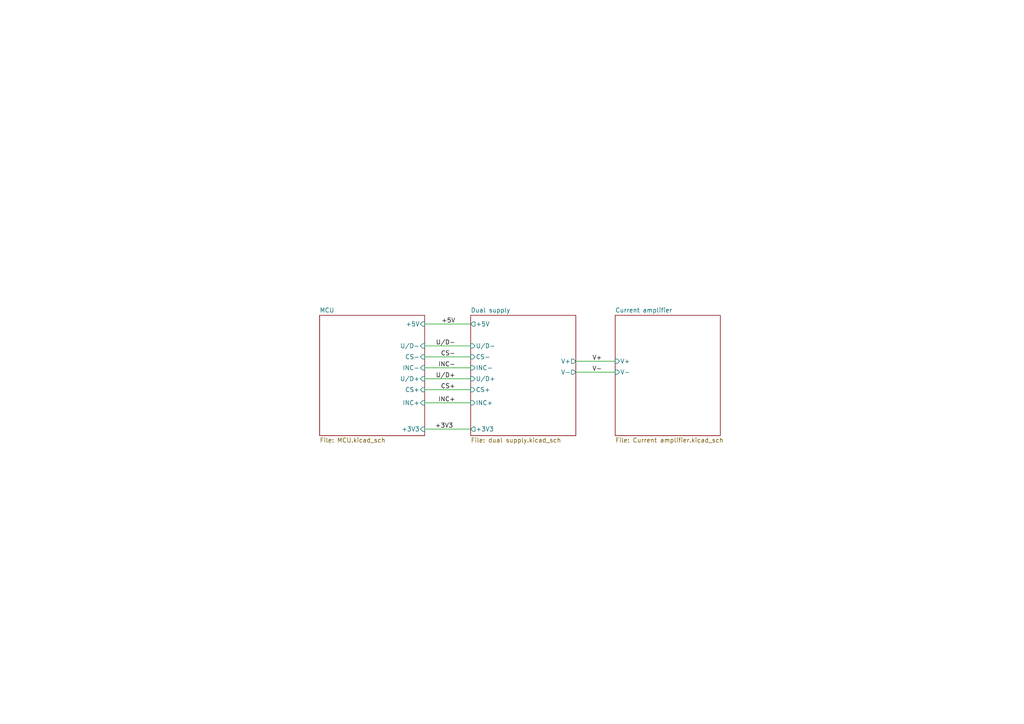
<source format=kicad_sch>
(kicad_sch (version 20211123) (generator eeschema)
  (paper "A4")
  (title_block (title "Dvostrano napajanje sa potenciometrom X9C103S") (date "2025-06-25") (rev "1.0") (comment 1 "MAIN") (comment 2 "Nikola Ilić i Mihajlo Ristić"))
  (lib_symbols)
  (wire (pts (xy 123.19 124.46) (xy 136.525 124.46)))
  (wire (pts (xy 167.005 107.95) (xy 178.435 107.95)))
  (wire (pts (xy 123.19 93.98) (xy 136.525 93.98)))
  (wire (pts (xy 123.19 113.03) (xy 136.525 113.03)))
  (wire (pts (xy 123.19 116.84) (xy 136.525 116.84)))
  (wire (pts (xy 123.19 100.33) (xy 136.525 100.33)))
  (wire (pts (xy 167.005 104.775) (xy 178.435 104.775)))
  (wire (pts (xy 123.19 106.68) (xy 136.525 106.68)))
  (wire (pts (xy 123.19 103.505) (xy 136.525 103.505)))
  (wire (pts (xy 123.19 109.855) (xy 136.525 109.855)))
  (label "CS+" (at 132.08 113.03 180))
  (label "INC+" (at 132.08 116.84 180))
  (label "V+" (at 174.625 104.775 180))
  (label "INC-" (at 132.08 106.68 180))
  (label "U{slash}D+" (at 132.08 109.855 180))
  (label "CS-" (at 132.08 103.505 180))
  (label "U{slash}D-" (at 132.08 100.33 180))
  (label "V-" (at 174.625 107.95 180))
  (label "+5V" (at 132.08 93.98 180))
  (label "+3V3" (at 131.445 124.46 180))
  (sheet (at 136.525 91.44) (size 30.48 34.925) (stroke (width 0.1524))
    (property "Sheet name" "Dual supply" (at 136.525 90.7284 0) (effects (justify left bottom)))
    (property "Sheet file" "dual supply.kicad_sch" (at 136.525 126.9496 0) (effects (justify left top)))
    (pin "V+" output (at 167.005 104.775 0))
    (pin "V-" output (at 167.005 107.95 0))
    (pin "INC+" input (at 136.525 116.84 180))
    (pin "U{slash}D+" input (at 136.525 109.855 180))
    (pin "CS+" input (at 136.525 113.03 180))
    (pin "CS-" input (at 136.525 103.505 180))
    (pin "U{slash}D-" input (at 136.525 100.33 180))
    (pin "INC-" input (at 136.525 106.68 180))
    (pin "+5V" output (at 136.525 93.98 180))
    (pin "+3V3" output (at 136.525 124.46 180))
  )
  (sheet (at 178.435 91.44) (size 30.48 34.925) (stroke (width 0.1524))
    (property "Sheet name" "Current amplifier" (at 178.435 90.7284 0) (effects (justify left bottom)))
    (property "Sheet file" "Current amplifier.kicad_sch" (at 178.435 126.9496 0) (effects (justify left top)))
    (pin "V-" input (at 178.435 107.95 180))
    (pin "V+" input (at 178.435 104.775 180))
  )
  (sheet (at 92.71 91.44) (size 30.48 34.925) (stroke (width 0.1524))
    (property "Sheet name" "MCU" (at 92.71 90.7284 0) (effects (justify left bottom)))
    (property "Sheet file" "MCU.kicad_sch" (at 92.71 126.9496 0) (effects (justify left top)))
    (pin "U{slash}D-" input (at 123.19 100.33 0))
    (pin "CS+" input (at 123.19 113.03 0))
    (pin "INC+" input (at 123.19 116.84 0))
    (pin "CS-" input (at 123.19 103.505 0))
    (pin "INC-" input (at 123.19 106.68 0))
    (pin "U{slash}D+" input (at 123.19 109.855 0))
    (pin "+5V" input (at 123.19 93.98 0))
    (pin "+3V3" input (at 123.19 124.46 0))
  )
)
</source>
